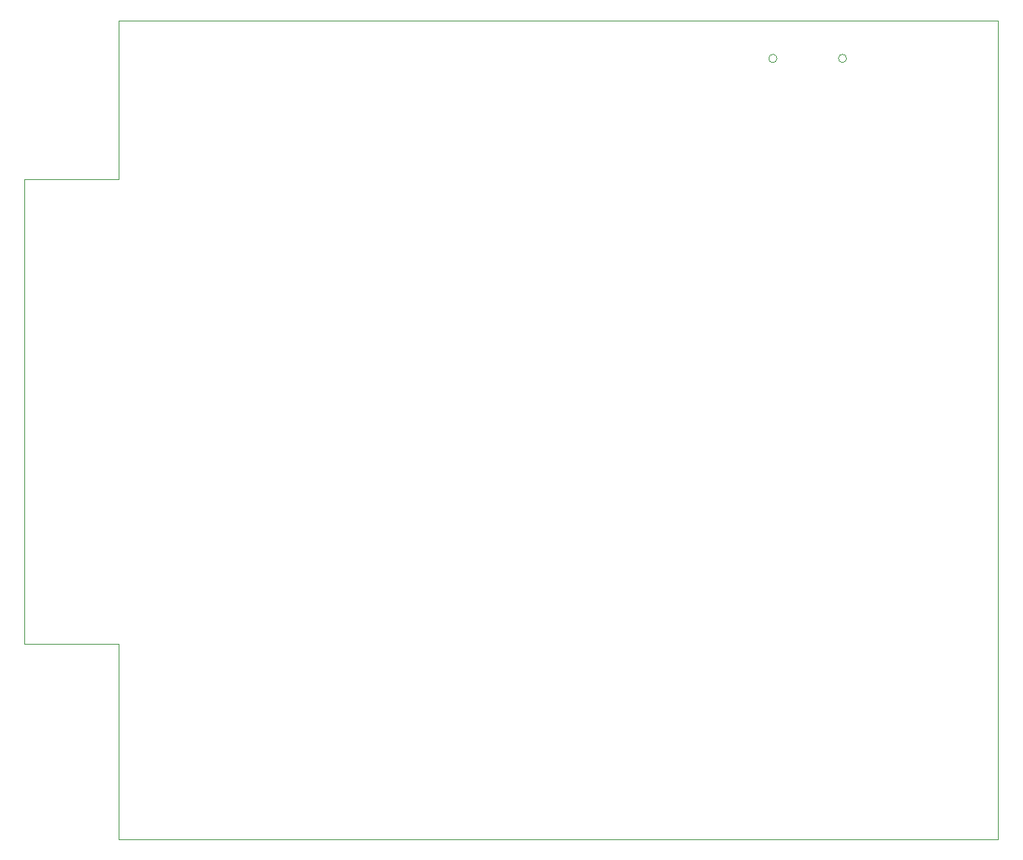
<source format=gbr>
%TF.GenerationSoftware,KiCad,Pcbnew,(6.0.0-0)*%
%TF.CreationDate,2022-01-11T18:58:16-08:00*%
%TF.ProjectId,TRS-IO-M1,5452532d-494f-42d4-9d31-2e6b69636164,rev?*%
%TF.SameCoordinates,Original*%
%TF.FileFunction,Profile,NP*%
%FSLAX46Y46*%
G04 Gerber Fmt 4.6, Leading zero omitted, Abs format (unit mm)*
G04 Created by KiCad (PCBNEW (6.0.0-0)) date 2022-01-11 18:58:16*
%MOMM*%
%LPD*%
G01*
G04 APERTURE LIST*
%TA.AperFunction,Profile*%
%ADD10C,0.050000*%
%TD*%
G04 APERTURE END LIST*
D10*
X113588900Y-142036800D02*
X214650000Y-142036800D01*
X197221699Y-52400000D02*
G75*
G03*
X197221699Y-52400000I-471699J0D01*
G01*
X102793800Y-119583200D02*
X102793800Y-66243200D01*
X113588900Y-66243200D02*
X113588900Y-48031000D01*
X214650000Y-48031000D02*
X214650000Y-142036800D01*
X113589000Y-48031000D02*
X214650000Y-48031000D01*
X113588800Y-119583200D02*
X113588800Y-142036800D01*
X189221699Y-52400000D02*
G75*
G03*
X189221699Y-52400000I-471699J0D01*
G01*
X102793800Y-119583200D02*
X113588800Y-119583200D01*
X102793800Y-66243200D02*
X113588800Y-66243200D01*
M02*

</source>
